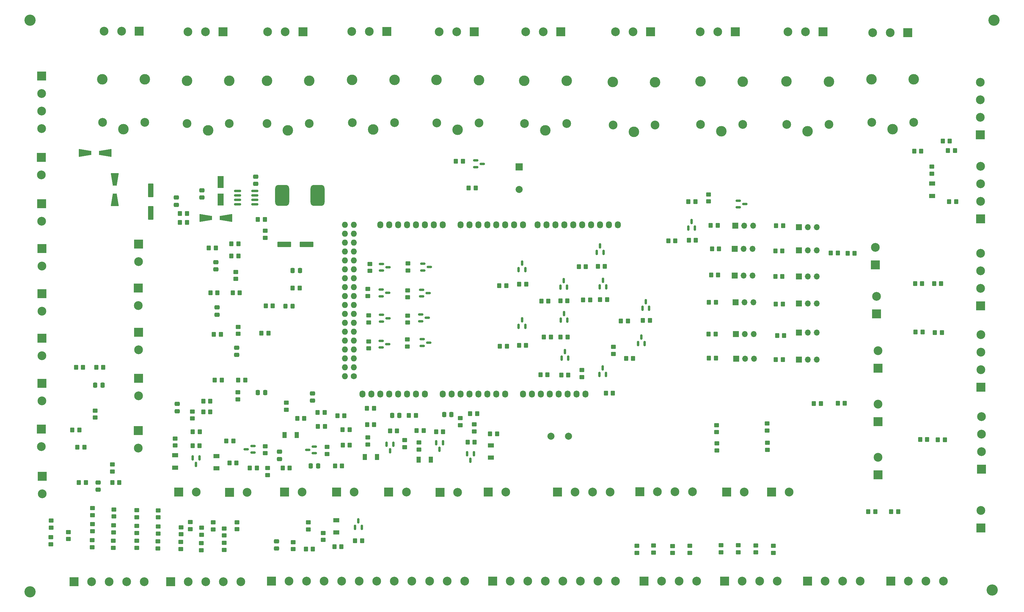
<source format=gts>
%TF.GenerationSoftware,KiCad,Pcbnew,(6.0.0)*%
%TF.CreationDate,2022-03-05T09:13:47+01:00*%
%TF.ProjectId,arduiboard1,61726475-6962-46f6-9172-64312e6b6963,rev?*%
%TF.SameCoordinates,Original*%
%TF.FileFunction,Soldermask,Top*%
%TF.FilePolarity,Negative*%
%FSLAX46Y46*%
G04 Gerber Fmt 4.6, Leading zero omitted, Abs format (unit mm)*
G04 Created by KiCad (PCBNEW (6.0.0)) date 2022-03-05 09:13:47*
%MOMM*%
%LPD*%
G01*
G04 APERTURE LIST*
G04 Aperture macros list*
%AMRoundRect*
0 Rectangle with rounded corners*
0 $1 Rounding radius*
0 $2 $3 $4 $5 $6 $7 $8 $9 X,Y pos of 4 corners*
0 Add a 4 corners polygon primitive as box body*
4,1,4,$2,$3,$4,$5,$6,$7,$8,$9,$2,$3,0*
0 Add four circle primitives for the rounded corners*
1,1,$1+$1,$2,$3*
1,1,$1+$1,$4,$5*
1,1,$1+$1,$6,$7*
1,1,$1+$1,$8,$9*
0 Add four rect primitives between the rounded corners*
20,1,$1+$1,$2,$3,$4,$5,0*
20,1,$1+$1,$4,$5,$6,$7,0*
20,1,$1+$1,$6,$7,$8,$9,0*
20,1,$1+$1,$8,$9,$2,$3,0*%
%AMOutline4P*
0 Free polygon, 4 corners , with rotation*
0 The origin of the aperture is its center*
0 number of corners: always 4*
0 $1 to $8 corner X, Y*
0 $9 Rotation angle, in degrees counterclockwise*
0 create outline with 4 corners*
4,1,4,$1,$2,$3,$4,$5,$6,$7,$8,$1,$2,$9*%
G04 Aperture macros list end*
%ADD10RoundRect,0.250000X-0.450000X0.350000X-0.450000X-0.350000X0.450000X-0.350000X0.450000X0.350000X0*%
%ADD11RoundRect,0.250000X-0.350000X-0.450000X0.350000X-0.450000X0.350000X0.450000X-0.350000X0.450000X0*%
%ADD12C,3.000000*%
%ADD13C,2.500000*%
%ADD14R,1.700000X1.700000*%
%ADD15O,1.700000X1.700000*%
%ADD16R,2.500000X2.500000*%
%ADD17RoundRect,0.250000X0.450000X-0.350000X0.450000X0.350000X-0.450000X0.350000X-0.450000X-0.350000X0*%
%ADD18RoundRect,0.150000X0.587500X0.150000X-0.587500X0.150000X-0.587500X-0.150000X0.587500X-0.150000X0*%
%ADD19RoundRect,0.250000X0.350000X0.450000X-0.350000X0.450000X-0.350000X-0.450000X0.350000X-0.450000X0*%
%ADD20Outline4P,-1.800000X-1.150000X1.800000X-0.550000X1.800000X0.550000X-1.800000X1.150000X0.000000*%
%ADD21Outline4P,-1.800000X-1.150000X1.800000X-0.550000X1.800000X0.550000X-1.800000X1.150000X180.000000*%
%ADD22RoundRect,0.150000X-0.587500X-0.150000X0.587500X-0.150000X0.587500X0.150000X-0.587500X0.150000X0*%
%ADD23C,3.200000*%
%ADD24RoundRect,0.250000X0.475000X-0.337500X0.475000X0.337500X-0.475000X0.337500X-0.475000X-0.337500X0*%
%ADD25C,2.000000*%
%ADD26RoundRect,0.250000X-0.325000X-0.450000X0.325000X-0.450000X0.325000X0.450000X-0.325000X0.450000X0*%
%ADD27RoundRect,0.250000X0.337500X0.475000X-0.337500X0.475000X-0.337500X-0.475000X0.337500X-0.475000X0*%
%ADD28Outline4P,-1.800000X-1.150000X1.800000X-0.550000X1.800000X0.550000X-1.800000X1.150000X270.000000*%
%ADD29Outline4P,-1.800000X-1.150000X1.800000X-0.550000X1.800000X0.550000X-1.800000X1.150000X90.000000*%
%ADD30RoundRect,0.150000X0.150000X-0.587500X0.150000X0.587500X-0.150000X0.587500X-0.150000X-0.587500X0*%
%ADD31RoundRect,0.150000X-0.150000X0.587500X-0.150000X-0.587500X0.150000X-0.587500X0.150000X0.587500X0*%
%ADD32RoundRect,0.250000X-0.475000X0.337500X-0.475000X-0.337500X0.475000X-0.337500X0.475000X0.337500X0*%
%ADD33R,1.700000X1.300000*%
%ADD34RoundRect,1.000000X-1.000000X-2.000000X1.000000X-2.000000X1.000000X2.000000X-1.000000X2.000000X0*%
%ADD35O,1.727200X2.032000*%
%ADD36RoundRect,0.250000X-0.337500X-0.475000X0.337500X-0.475000X0.337500X0.475000X-0.337500X0.475000X0*%
%ADD37R,1.800000X3.500000*%
%ADD38R,1.300000X1.700000*%
%ADD39RoundRect,0.249600X1.712900X0.550400X-1.712900X0.550400X-1.712900X-0.550400X1.712900X-0.550400X0*%
%ADD40RoundRect,0.150000X-0.825000X-0.150000X0.825000X-0.150000X0.825000X0.150000X-0.825000X0.150000X0*%
%ADD41R,2.000000X2.000000*%
%ADD42RoundRect,0.249600X0.550400X-1.712900X0.550400X1.712900X-0.550400X1.712900X-0.550400X-1.712900X0*%
%ADD43C,1.727200*%
%ADD44O,1.727200X1.727200*%
G04 APERTURE END LIST*
D10*
%TO.C,R127*%
X108712000Y-131486400D03*
X108712000Y-133486400D03*
%TD*%
D11*
%TO.C,R50*%
X69866000Y-76301600D03*
X71866000Y-76301600D03*
%TD*%
D12*
%TO.C,K10*%
X258114800Y-43552000D03*
D13*
X264164800Y-41602000D03*
D12*
X264164800Y-29402000D03*
X252114800Y-29352000D03*
D13*
X252164800Y-41602000D03*
%TD*%
D14*
%TO.C,JP10*%
X231475000Y-93268800D03*
D15*
X234015000Y-93268800D03*
X236555000Y-93268800D03*
%TD*%
D11*
%TO.C,R119*%
X91049600Y-163322000D03*
X93049600Y-163322000D03*
%TD*%
D16*
%TO.C,J14*%
X43386400Y-101473000D03*
D13*
X43386400Y-106473000D03*
%TD*%
D10*
%TO.C,R159*%
X222453200Y-133006000D03*
X222453200Y-135006000D03*
%TD*%
%TO.C,R138*%
X138988800Y-127778000D03*
X138988800Y-129778000D03*
%TD*%
D17*
%TO.C,R165*%
X23469600Y-160461200D03*
X23469600Y-158461200D03*
%TD*%
D16*
%TO.C,J41*%
X54867000Y-147062800D03*
D13*
X59867000Y-147062800D03*
%TD*%
D11*
%TO.C,R54*%
X64852800Y-102057200D03*
X66852800Y-102057200D03*
%TD*%
D17*
%TO.C,R66*%
X67818000Y-163560000D03*
X67818000Y-161560000D03*
%TD*%
D11*
%TO.C,R69*%
X199964800Y-64262000D03*
X201964800Y-64262000D03*
%TD*%
D17*
%TO.C,R160*%
X222418400Y-129519600D03*
X222418400Y-127519600D03*
%TD*%
D16*
%TO.C,J34*%
X262479800Y-16056000D03*
D13*
X257479800Y-16056000D03*
X252479800Y-16056000D03*
%TD*%
D18*
%TO.C,Q18*%
X93444300Y-135976400D03*
X93444300Y-134076400D03*
X91569300Y-135026400D03*
%TD*%
D16*
%TO.C,J9*%
X283257600Y-117158000D03*
D13*
X283257600Y-112158000D03*
X283257600Y-107158000D03*
X283257600Y-102158000D03*
%TD*%
D19*
%TO.C,R106*%
X86445600Y-140208000D03*
X84445600Y-140208000D03*
%TD*%
D17*
%TO.C,R63*%
X61264800Y-163610800D03*
X61264800Y-161610800D03*
%TD*%
D20*
%TO.C,D1*%
X28138800Y-50342800D03*
D21*
X33938800Y-50342800D03*
%TD*%
D11*
%TO.C,R190*%
X163795200Y-113690400D03*
X165795200Y-113690400D03*
%TD*%
D17*
%TO.C,R58*%
X48971200Y-158870400D03*
X48971200Y-156870400D03*
%TD*%
D22*
%TO.C,Q24*%
X112498900Y-89321600D03*
X112498900Y-91221600D03*
X114373900Y-90271600D03*
%TD*%
D23*
%TO.C,REF\u002A\u002A*%
X12500000Y-12500000D03*
%TD*%
D17*
%TO.C,R112*%
X85496400Y-123580400D03*
X85496400Y-121580400D03*
%TD*%
D10*
%TO.C,R13*%
X219202000Y-162271200D03*
X219202000Y-164271200D03*
%TD*%
D24*
%TO.C,C2*%
X54152800Y-65147100D03*
X54152800Y-63072100D03*
%TD*%
D25*
%TO.C,SW1*%
X160872800Y-131162400D03*
X165872800Y-131162400D03*
%TD*%
D26*
%TO.C,D5*%
X85233400Y-94030800D03*
X87283400Y-94030800D03*
%TD*%
D11*
%TO.C,R83*%
X205822800Y-92964000D03*
X207822800Y-92964000D03*
%TD*%
D22*
%TO.C,Q26*%
X112522000Y-103936800D03*
X112522000Y-105836800D03*
X114397000Y-104886800D03*
%TD*%
D27*
%TO.C,C21*%
X117674300Y-125171200D03*
X115599300Y-125171200D03*
%TD*%
D17*
%TO.C,R171*%
X36220400Y-162950400D03*
X36220400Y-160950400D03*
%TD*%
D11*
%TO.C,R198*%
X151755600Y-105257600D03*
X153755600Y-105257600D03*
%TD*%
D19*
%TO.C,R99*%
X63855600Y-121107200D03*
X61855600Y-121107200D03*
%TD*%
D28*
%TO.C,D2*%
X36677600Y-57907600D03*
D29*
X36677600Y-63707600D03*
%TD*%
D11*
%TO.C,R75*%
X206695800Y-77698600D03*
X208695800Y-77698600D03*
%TD*%
D16*
%TO.C,J36*%
X162699200Y-147012000D03*
D13*
X167699200Y-147012000D03*
X172699200Y-147012000D03*
X177699200Y-147012000D03*
%TD*%
D11*
%TO.C,R156*%
X257724400Y-152603200D03*
X259724400Y-152603200D03*
%TD*%
D19*
%TO.C,R49*%
X71866000Y-79705200D03*
X69866000Y-79705200D03*
%TD*%
%TO.C,R104*%
X60791600Y-133858000D03*
X58791600Y-133858000D03*
%TD*%
D30*
%TO.C,Q19*%
X105069600Y-157147500D03*
X106969600Y-157147500D03*
X106019600Y-155272500D03*
%TD*%
D11*
%TO.C,R150*%
X242535200Y-121767600D03*
X244535200Y-121767600D03*
%TD*%
D17*
%TO.C,R70*%
X205689200Y-64195200D03*
X205689200Y-62195200D03*
%TD*%
D16*
%TO.C,J17*%
X283105200Y-45174400D03*
D13*
X283105200Y-40174400D03*
X283105200Y-35174400D03*
X283105200Y-30174400D03*
%TD*%
D10*
%TO.C,R17*%
X195478400Y-162423600D03*
X195478400Y-164423600D03*
%TD*%
D16*
%TO.C,J39*%
X69342000Y-147113600D03*
D13*
X74342000Y-147113600D03*
%TD*%
D16*
%TO.C,J12*%
X15954400Y-142595600D03*
D13*
X15954400Y-147595600D03*
%TD*%
D31*
%TO.C,Q21*%
X130083600Y-132971300D03*
X128183600Y-132971300D03*
X129133600Y-134846300D03*
%TD*%
D11*
%TO.C,R93*%
X264277600Y-49885600D03*
X266277600Y-49885600D03*
%TD*%
D14*
%TO.C,JP6*%
X213563200Y-109016800D03*
D15*
X216103200Y-109016800D03*
X218643200Y-109016800D03*
%TD*%
D11*
%TO.C,R86*%
X187010800Y-98094800D03*
X189010800Y-98094800D03*
%TD*%
D10*
%TO.C,R97*%
X269341600Y-54270400D03*
X269341600Y-56270400D03*
%TD*%
%TO.C,R117*%
X91795600Y-155702000D03*
X91795600Y-157702000D03*
%TD*%
%TO.C,R14*%
X224180400Y-162372800D03*
X224180400Y-164372800D03*
%TD*%
D11*
%TO.C,R77*%
X168773600Y-82804000D03*
X170773600Y-82804000D03*
%TD*%
D32*
%TO.C,C24*%
X31902400Y-144330600D03*
X31902400Y-146405600D03*
%TD*%
D27*
%TO.C,C6*%
X89378700Y-83870800D03*
X87303700Y-83870800D03*
%TD*%
D11*
%TO.C,R186*%
X163592000Y-102819200D03*
X165592000Y-102819200D03*
%TD*%
D10*
%TO.C,R89*%
X178663600Y-105680000D03*
X178663600Y-107680000D03*
%TD*%
D11*
%TO.C,R79*%
X206467200Y-85191600D03*
X208467200Y-85191600D03*
%TD*%
D33*
%TO.C,D34*%
X99720400Y-158569600D03*
X99720400Y-155069600D03*
%TD*%
D16*
%TO.C,J31*%
X163648400Y-15802000D03*
D13*
X158648400Y-15802000D03*
X153648400Y-15802000D03*
%TD*%
D16*
%TO.C,J8*%
X257644400Y-172412000D03*
D13*
X262644400Y-172412000D03*
X267644400Y-172412000D03*
X272644400Y-172412000D03*
%TD*%
D10*
%TO.C,R105*%
X80137000Y-140208000D03*
X80137000Y-142208000D03*
%TD*%
D16*
%TO.C,J3*%
X15802000Y-64871600D03*
D13*
X15802000Y-69871600D03*
%TD*%
D10*
%TO.C,R149*%
X108966000Y-96688400D03*
X108966000Y-98688400D03*
%TD*%
D33*
%TO.C,D30*%
X65633600Y-136781600D03*
X65633600Y-140281600D03*
%TD*%
D12*
%TO.C,K6*%
X159258000Y-43958400D03*
D13*
X165308000Y-42008400D03*
D12*
X165308000Y-29808400D03*
X153258000Y-29758400D03*
D13*
X153308000Y-42008400D03*
%TD*%
D10*
%TO.C,R101*%
X58775600Y-124069600D03*
X58775600Y-126069600D03*
%TD*%
D16*
%TO.C,J44*%
X99822000Y-147062800D03*
D13*
X104822000Y-147062800D03*
%TD*%
D30*
%TO.C,Q31*%
X174614800Y-113510300D03*
X176514800Y-113510300D03*
X175564800Y-111635300D03*
%TD*%
D11*
%TO.C,R91*%
X205806800Y-108864400D03*
X207806800Y-108864400D03*
%TD*%
%TO.C,R194*%
X151806400Y-87782400D03*
X153806400Y-87782400D03*
%TD*%
D12*
%TO.C,K8*%
X209397600Y-44161600D03*
D13*
X215447600Y-42211600D03*
D12*
X215447600Y-30011600D03*
X203397600Y-29961600D03*
D13*
X203447600Y-42211600D03*
%TD*%
D22*
%TO.C,Q30*%
X124206000Y-103479600D03*
X124206000Y-105379600D03*
X126081000Y-104429600D03*
%TD*%
D11*
%TO.C,R3*%
X77359000Y-69342000D03*
X79359000Y-69342000D03*
%TD*%
D34*
%TO.C,L1*%
X84305600Y-62430800D03*
X94365600Y-62430800D03*
%TD*%
D10*
%TO.C,R146*%
X108712000Y-89170000D03*
X108712000Y-91170000D03*
%TD*%
D16*
%TO.C,J40*%
X43335600Y-129540000D03*
D13*
X43335600Y-134540000D03*
%TD*%
D35*
%TO.C,P10*%
X147838000Y-119126000D03*
X145298000Y-119126000D03*
X142758000Y-119126000D03*
X140218000Y-119126000D03*
X137678000Y-119126000D03*
X135138000Y-119126000D03*
X132598000Y-119126000D03*
X130058000Y-119126000D03*
%TD*%
D11*
%TO.C,R141*%
X245329200Y-78943200D03*
X247329200Y-78943200D03*
%TD*%
D10*
%TO.C,R137*%
X135026400Y-126000000D03*
X135026400Y-128000000D03*
%TD*%
D24*
%TO.C,C18*%
X92913200Y-120976300D03*
X92913200Y-118901300D03*
%TD*%
D14*
%TO.C,JP4*%
X213410800Y-92913200D03*
D15*
X215950800Y-92913200D03*
X218490800Y-92913200D03*
%TD*%
D14*
%TO.C,JP5*%
X213512400Y-102006400D03*
D15*
X216052400Y-102006400D03*
X218592400Y-102006400D03*
%TD*%
D19*
%TO.C,R108*%
X71307200Y-138734800D03*
X69307200Y-138734800D03*
%TD*%
D11*
%TO.C,R201*%
X25619200Y-111506000D03*
X27619200Y-111506000D03*
%TD*%
D16*
%TO.C,J43*%
X129289000Y-147120000D03*
D13*
X134289000Y-147120000D03*
%TD*%
D11*
%TO.C,R47*%
X71812400Y-115163600D03*
X73812400Y-115163600D03*
%TD*%
%TO.C,R102*%
X58842400Y-129844800D03*
X60842400Y-129844800D03*
%TD*%
D19*
%TO.C,R157*%
X253222000Y-152654000D03*
X251222000Y-152654000D03*
%TD*%
D10*
%TO.C,R52*%
X71069200Y-84293200D03*
X71069200Y-86293200D03*
%TD*%
D19*
%TO.C,R5*%
X89290400Y-88900000D03*
X87290400Y-88900000D03*
%TD*%
D17*
%TO.C,R60*%
X55473600Y-163306000D03*
X55473600Y-161306000D03*
%TD*%
D16*
%TO.C,J50*%
X254000000Y-127000000D03*
D13*
X254000000Y-122000000D03*
%TD*%
D17*
%TO.C,R169*%
X30276800Y-158226000D03*
X30276800Y-156226000D03*
%TD*%
D16*
%TO.C,J27*%
X90191600Y-15827400D03*
D13*
X85191600Y-15827400D03*
X80191600Y-15827400D03*
%TD*%
D12*
%TO.C,K7*%
X184454800Y-44364800D03*
D13*
X190504800Y-42414800D03*
D12*
X190504800Y-30214800D03*
X178454800Y-30164800D03*
D13*
X178504800Y-42414800D03*
%TD*%
D16*
%TO.C,J13*%
X43383200Y-114655600D03*
D13*
X43383200Y-119655600D03*
%TD*%
D10*
%TO.C,R143*%
X109270800Y-82007200D03*
X109270800Y-84007200D03*
%TD*%
D14*
%TO.C,JP11*%
X231475000Y-101600000D03*
D15*
X234015000Y-101600000D03*
X236555000Y-101600000D03*
%TD*%
D11*
%TO.C,R81*%
X169992800Y-92303600D03*
X171992800Y-92303600D03*
%TD*%
D31*
%TO.C,Q22*%
X138887200Y-136144000D03*
X136987200Y-136144000D03*
X137937200Y-138019000D03*
%TD*%
D19*
%TO.C,R211*%
X139430000Y-60325000D03*
X137430000Y-60325000D03*
%TD*%
D33*
%TO.C,D28*%
X53848000Y-136578400D03*
X53848000Y-140078400D03*
%TD*%
D11*
%TO.C,R132*%
X122596400Y-129540000D03*
X124596400Y-129540000D03*
%TD*%
D30*
%TO.C,Q10*%
X199964000Y-71803500D03*
X201864000Y-71803500D03*
X200914000Y-69928500D03*
%TD*%
D11*
%TO.C,R203*%
X31359600Y-111455200D03*
X33359600Y-111455200D03*
%TD*%
D10*
%TO.C,R158*%
X120040400Y-89525600D03*
X120040400Y-91525600D03*
%TD*%
D11*
%TO.C,R90*%
X182235600Y-108915200D03*
X184235600Y-108915200D03*
%TD*%
D10*
%TO.C,R173*%
X36372800Y-152009600D03*
X36372800Y-154009600D03*
%TD*%
D17*
%TO.C,R46*%
X71729600Y-120634000D03*
X71729600Y-118634000D03*
%TD*%
D19*
%TO.C,R140*%
X139125200Y-132791200D03*
X137125200Y-132791200D03*
%TD*%
%TO.C,R135*%
X139836400Y-124714000D03*
X137836400Y-124714000D03*
%TD*%
D24*
%TO.C,C3*%
X76758800Y-59203500D03*
X76758800Y-57128500D03*
%TD*%
D10*
%TO.C,R11*%
X209245200Y-162220400D03*
X209245200Y-164220400D03*
%TD*%
D19*
%TO.C,R10*%
X27974800Y-134264400D03*
X25974800Y-134264400D03*
%TD*%
D11*
%TO.C,R179*%
X224958400Y-71069200D03*
X226958400Y-71069200D03*
%TD*%
D16*
%TO.C,J48*%
X253565000Y-96266000D03*
D13*
X253565000Y-91266000D03*
%TD*%
D12*
%TO.C,K9*%
X233934000Y-44187000D03*
D13*
X239984000Y-42237000D03*
D12*
X239984000Y-30037000D03*
X227934000Y-29987000D03*
D13*
X227984000Y-42237000D03*
%TD*%
D11*
%TO.C,R181*%
X158105600Y-92608400D03*
X160105600Y-92608400D03*
%TD*%
%TO.C,R178*%
X176495200Y-118821200D03*
X178495200Y-118821200D03*
%TD*%
D20*
%TO.C,D3*%
X62530400Y-68935600D03*
D21*
X68330400Y-68935600D03*
%TD*%
D10*
%TO.C,R155*%
X120091200Y-81854800D03*
X120091200Y-83854800D03*
%TD*%
D16*
%TO.C,J25*%
X43608000Y-15675000D03*
D13*
X38608000Y-15675000D03*
X33608000Y-15675000D03*
%TD*%
D30*
%TO.C,Q33*%
X163642000Y-98067100D03*
X165542000Y-98067100D03*
X164592000Y-96192100D03*
%TD*%
D14*
%TO.C,JP1*%
X213375000Y-71120000D03*
D15*
X215915000Y-71120000D03*
X218455000Y-71120000D03*
%TD*%
D24*
%TO.C,C16*%
X54400000Y-124000000D03*
X54400000Y-121925000D03*
%TD*%
D19*
%TO.C,R142*%
X242554000Y-78867000D03*
X240554000Y-78867000D03*
%TD*%
D10*
%TO.C,R62*%
X58115200Y-155616400D03*
X58115200Y-157616400D03*
%TD*%
D16*
%TO.C,J35*%
X210298800Y-172462800D03*
D13*
X215298800Y-172462800D03*
X220298800Y-172462800D03*
X225298800Y-172462800D03*
%TD*%
D33*
%TO.C,D26*%
X269392400Y-59108400D03*
X269392400Y-62608400D03*
%TD*%
D10*
%TO.C,R118*%
X87426800Y-161340800D03*
X87426800Y-163340800D03*
%TD*%
D11*
%TO.C,R126*%
X108490000Y-127863600D03*
X110490000Y-127863600D03*
%TD*%
D16*
%TO.C,J30*%
X189200800Y-15852800D03*
D13*
X184200800Y-15852800D03*
X179200800Y-15852800D03*
%TD*%
D11*
%TO.C,R193*%
X146116800Y-88188800D03*
X148116800Y-88188800D03*
%TD*%
D18*
%TO.C,Q17*%
X75969100Y-135789200D03*
X75969100Y-133889200D03*
X74094100Y-134839200D03*
%TD*%
D11*
%TO.C,R114*%
X94504000Y-128371600D03*
X96504000Y-128371600D03*
%TD*%
D10*
%TO.C,R161*%
X120040400Y-96739200D03*
X120040400Y-98739200D03*
%TD*%
%TO.C,R16*%
X190093600Y-162322000D03*
X190093600Y-164322000D03*
%TD*%
D23*
%TO.C,REF\u002A\u002A*%
X286500000Y-175000000D03*
X286500000Y-175000000D03*
%TD*%
D10*
%TO.C,R4*%
X79451200Y-72542400D03*
X79451200Y-74542400D03*
%TD*%
D19*
%TO.C,R134*%
X130133600Y-129844800D03*
X128133600Y-129844800D03*
%TD*%
D14*
%TO.C,JP8*%
X231475000Y-78130400D03*
D15*
X234015000Y-78130400D03*
X236555000Y-78130400D03*
%TD*%
D14*
%TO.C,JP7*%
X231460000Y-71500000D03*
D15*
X234000000Y-71500000D03*
X236540000Y-71500000D03*
%TD*%
D11*
%TO.C,R45*%
X65090800Y-115163600D03*
X67090800Y-115163600D03*
%TD*%
%TO.C,R187*%
X224755200Y-85598000D03*
X226755200Y-85598000D03*
%TD*%
D12*
%TO.C,K2*%
X63195200Y-43958400D03*
D13*
X69245200Y-42008400D03*
D12*
X69245200Y-29808400D03*
X57195200Y-29758400D03*
D13*
X57245200Y-42008400D03*
%TD*%
D11*
%TO.C,R1*%
X55184800Y-67614800D03*
X57184800Y-67614800D03*
%TD*%
D16*
%TO.C,J53*%
X223672400Y-147012000D03*
D13*
X228672400Y-147012000D03*
%TD*%
D11*
%TO.C,R195*%
X225263200Y-102463600D03*
X227263200Y-102463600D03*
%TD*%
D36*
%TO.C,C11*%
X77397700Y-118668800D03*
X79472700Y-118668800D03*
%TD*%
D11*
%TO.C,R206*%
X35931600Y-144322800D03*
X37931600Y-144322800D03*
%TD*%
D19*
%TO.C,R109*%
X70392800Y-132486400D03*
X68392800Y-132486400D03*
%TD*%
D37*
%TO.C,D4*%
X66751200Y-63663200D03*
X66751200Y-58663200D03*
%TD*%
D16*
%TO.C,J15*%
X43332400Y-88900000D03*
D13*
X43332400Y-93900000D03*
%TD*%
D19*
%TO.C,R123*%
X103514400Y-129235200D03*
X101514400Y-129235200D03*
%TD*%
D17*
%TO.C,R67*%
X67767200Y-159445200D03*
X67767200Y-157445200D03*
%TD*%
D11*
%TO.C,R125*%
X101565200Y-133705600D03*
X103565200Y-133705600D03*
%TD*%
D27*
%TO.C,C22*%
X132507900Y-124917200D03*
X130432900Y-124917200D03*
%TD*%
D19*
%TO.C,R6*%
X81635600Y-93980000D03*
X79635600Y-93980000D03*
%TD*%
D10*
%TO.C,R18*%
X200406000Y-162372800D03*
X200406000Y-164372800D03*
%TD*%
D16*
%TO.C,J21*%
X81261400Y-172469200D03*
D13*
X86261400Y-172469200D03*
X91261400Y-172469200D03*
X96261400Y-172469200D03*
X101261400Y-172469200D03*
X106261400Y-172469200D03*
X111261400Y-172469200D03*
X116261400Y-172469200D03*
X121261400Y-172469200D03*
X126261400Y-172469200D03*
X131261400Y-172469200D03*
X136261400Y-172469200D03*
%TD*%
D16*
%TO.C,J7*%
X283410000Y-140526000D03*
D13*
X283410000Y-135526000D03*
X283410000Y-130526000D03*
X283410000Y-125526000D03*
%TD*%
D19*
%TO.C,R107*%
X77098400Y-140157200D03*
X75098400Y-140157200D03*
%TD*%
D11*
%TO.C,R148*%
X270154400Y-101549200D03*
X272154400Y-101549200D03*
%TD*%
D22*
%TO.C,Q9*%
X214149700Y-63972400D03*
X214149700Y-65872400D03*
X216024700Y-64922400D03*
%TD*%
D23*
%TO.C,REF\u002A\u002A*%
X287000000Y-12500000D03*
X287000000Y-12500000D03*
%TD*%
D38*
%TO.C,D36*%
X107825600Y-137058400D03*
X111325600Y-137058400D03*
%TD*%
D14*
%TO.C,JP9*%
X231475000Y-85598000D03*
D15*
X234015000Y-85598000D03*
X236555000Y-85598000D03*
%TD*%
D35*
%TO.C,P7*%
X179852000Y-70866000D03*
X177312000Y-70866000D03*
X174772000Y-70866000D03*
X172232000Y-70866000D03*
X169692000Y-70866000D03*
X167152000Y-70866000D03*
X164612000Y-70866000D03*
X162072000Y-70866000D03*
X159532000Y-70866000D03*
X156992000Y-70866000D03*
%TD*%
D32*
%TO.C,C14*%
X71374000Y-105867200D03*
X71374000Y-107942200D03*
%TD*%
D17*
%TO.C,R110*%
X79502000Y-135991600D03*
X79502000Y-133991600D03*
%TD*%
D10*
%TO.C,R177*%
X169621200Y-112284000D03*
X169621200Y-114284000D03*
%TD*%
D11*
%TO.C,R189*%
X157851600Y-113639600D03*
X159851600Y-113639600D03*
%TD*%
D16*
%TO.C,J22*%
X25038200Y-172618400D03*
D13*
X30038200Y-172618400D03*
X35038200Y-172618400D03*
X40038200Y-172618400D03*
X45038200Y-172618400D03*
%TD*%
D16*
%TO.C,J54*%
X210870800Y-147062800D03*
D13*
X215870800Y-147062800D03*
%TD*%
D12*
%TO.C,K4*%
X110236000Y-43704400D03*
D13*
X116286000Y-41754400D03*
D12*
X116286000Y-29554400D03*
X104236000Y-29504400D03*
D13*
X104286000Y-41754400D03*
%TD*%
D10*
%TO.C,R152*%
X108915200Y-104105200D03*
X108915200Y-106105200D03*
%TD*%
D17*
%TO.C,R116*%
X97129600Y-136178800D03*
X97129600Y-134178800D03*
%TD*%
D36*
%TO.C,C23*%
X31068100Y-116586000D03*
X33143100Y-116586000D03*
%TD*%
D30*
%TO.C,Q34*%
X163896000Y-108836700D03*
X165796000Y-108836700D03*
X164846000Y-106961700D03*
%TD*%
D19*
%TO.C,R144*%
X266531600Y-87579200D03*
X264531600Y-87579200D03*
%TD*%
%TO.C,R130*%
X122412000Y-125171200D03*
X120412000Y-125171200D03*
%TD*%
D16*
%TO.C,J1*%
X15802000Y-28434800D03*
D13*
X15802000Y-33434800D03*
X15802000Y-38434800D03*
X15802000Y-43434800D03*
%TD*%
D16*
%TO.C,J45*%
X114655600Y-147062800D03*
D13*
X119655600Y-147062800D03*
%TD*%
D16*
%TO.C,J5*%
X15903600Y-90525600D03*
D13*
X15903600Y-95525600D03*
%TD*%
D31*
%TO.C,Q16*%
X60741600Y-137289300D03*
X58841600Y-137289300D03*
X59791600Y-139164300D03*
%TD*%
D23*
%TO.C,REF\u002A\u002A*%
X12500000Y-175500000D03*
X12500000Y-175500000D03*
%TD*%
D16*
%TO.C,J26*%
X67433200Y-15827400D03*
D13*
X62433200Y-15827400D03*
X57433200Y-15827400D03*
%TD*%
D11*
%TO.C,R183*%
X224755200Y-78333600D03*
X226755200Y-78333600D03*
%TD*%
D10*
%TO.C,R68*%
X71475600Y-155651200D03*
X71475600Y-157651200D03*
%TD*%
D30*
%TO.C,Q32*%
X163540400Y-88618300D03*
X165440400Y-88618300D03*
X164490400Y-86743300D03*
%TD*%
D11*
%TO.C,R197*%
X146320000Y-105460800D03*
X148320000Y-105460800D03*
%TD*%
%TO.C,R48*%
X63414400Y-77470000D03*
X65414400Y-77470000D03*
%TD*%
D16*
%TO.C,J38*%
X186168800Y-146961200D03*
D13*
X191168800Y-146961200D03*
X196168800Y-146961200D03*
X201168800Y-146961200D03*
%TD*%
D33*
%TO.C,D40*%
X143713200Y-133733600D03*
X143713200Y-137233600D03*
%TD*%
D16*
%TO.C,J49*%
X254000000Y-111760000D03*
D13*
X254000000Y-106760000D03*
%TD*%
D16*
%TO.C,J47*%
X253238000Y-82296000D03*
D13*
X253238000Y-77296000D03*
%TD*%
D32*
%TO.C,C13*%
X65786000Y-94415700D03*
X65786000Y-96490700D03*
%TD*%
D17*
%TO.C,R168*%
X30210000Y-162798000D03*
X30210000Y-160798000D03*
%TD*%
D30*
%TO.C,Q11*%
X173903600Y-78712300D03*
X175803600Y-78712300D03*
X174853600Y-76837300D03*
%TD*%
D10*
%TO.C,R15*%
X185318400Y-162372800D03*
X185318400Y-164372800D03*
%TD*%
D11*
%TO.C,R185*%
X158816800Y-102819200D03*
X160816800Y-102819200D03*
%TD*%
D16*
%TO.C,J24*%
X144216400Y-172412000D03*
D13*
X149216400Y-172412000D03*
X154216400Y-172412000D03*
X159216400Y-172412000D03*
X164216400Y-172412000D03*
X169216400Y-172412000D03*
X174216400Y-172412000D03*
X179216400Y-172412000D03*
%TD*%
D16*
%TO.C,J6*%
X15903600Y-103225600D03*
D13*
X15903600Y-108225600D03*
%TD*%
D11*
%TO.C,R182*%
X163541200Y-92557600D03*
X165541200Y-92557600D03*
%TD*%
D16*
%TO.C,J46*%
X143005000Y-147062800D03*
D13*
X148005000Y-147062800D03*
%TD*%
D22*
%TO.C,Q39*%
X139397500Y-52517000D03*
X139397500Y-54417000D03*
X141272500Y-53467000D03*
%TD*%
D19*
%TO.C,R212*%
X135747000Y-52705000D03*
X133747000Y-52705000D03*
%TD*%
D38*
%TO.C,D38*%
X123167200Y-137820400D03*
X126667200Y-137820400D03*
%TD*%
D10*
%TO.C,R167*%
X18491200Y-155194000D03*
X18491200Y-157194000D03*
%TD*%
D16*
%TO.C,J42*%
X84966000Y-147062800D03*
D13*
X89966000Y-147062800D03*
%TD*%
D16*
%TO.C,J18*%
X283206800Y-69152000D03*
D13*
X283206800Y-64152000D03*
X283206800Y-59152000D03*
X283206800Y-54152000D03*
%TD*%
D16*
%TO.C,J29*%
X213330800Y-15852800D03*
D13*
X208330800Y-15852800D03*
X203330800Y-15852800D03*
%TD*%
D10*
%TO.C,R133*%
X123240800Y-132908800D03*
X123240800Y-134908800D03*
%TD*%
D39*
%TO.C,C5*%
X91287200Y-76454000D03*
X84887200Y-76454000D03*
%TD*%
D17*
%TO.C,R121*%
X95961200Y-160715200D03*
X95961200Y-158715200D03*
%TD*%
D30*
%TO.C,Q12*%
X174716400Y-88567500D03*
X176616400Y-88567500D03*
X175666400Y-86692500D03*
%TD*%
D16*
%TO.C,J10*%
X283156000Y-93942400D03*
D13*
X283156000Y-88942400D03*
X283156000Y-83942400D03*
X283156000Y-78942400D03*
%TD*%
D32*
%TO.C,C12*%
X65430400Y-81491000D03*
X65430400Y-83566000D03*
%TD*%
D40*
%TO.C,U1*%
X71591400Y-61239400D03*
X71591400Y-62509400D03*
X71591400Y-63779400D03*
X71591400Y-65049400D03*
X76541400Y-65049400D03*
X76541400Y-63779400D03*
X76541400Y-62509400D03*
X76541400Y-61239400D03*
%TD*%
D11*
%TO.C,R191*%
X224891600Y-93472000D03*
X226891600Y-93472000D03*
%TD*%
D38*
%TO.C,D32*%
X88465600Y-130759200D03*
X84965600Y-130759200D03*
%TD*%
D17*
%TO.C,R64*%
X61366400Y-159242000D03*
X61366400Y-157242000D03*
%TD*%
D10*
%TO.C,R170*%
X30276800Y-151654000D03*
X30276800Y-153654000D03*
%TD*%
D30*
%TO.C,Q35*%
X151653200Y-83639900D03*
X153553200Y-83639900D03*
X152603200Y-81764900D03*
%TD*%
D11*
%TO.C,R53*%
X70221600Y-90220800D03*
X72221600Y-90220800D03*
%TD*%
D22*
%TO.C,Q28*%
X124030500Y-89372400D03*
X124030500Y-91272400D03*
X125905500Y-90322400D03*
%TD*%
D19*
%TO.C,R151*%
X237728000Y-121818400D03*
X235728000Y-121818400D03*
%TD*%
D10*
%TO.C,R65*%
X64668400Y-155718000D03*
X64668400Y-157718000D03*
%TD*%
D19*
%TO.C,R115*%
X90611200Y-126034800D03*
X88611200Y-126034800D03*
%TD*%
D10*
%TO.C,R12*%
X214223600Y-162220400D03*
X214223600Y-164220400D03*
%TD*%
D24*
%TO.C,C17*%
X83566000Y-137638700D03*
X83566000Y-135563700D03*
%TD*%
D19*
%TO.C,R128*%
X117027200Y-129641600D03*
X115027200Y-129641600D03*
%TD*%
D11*
%TO.C,R78*%
X174209200Y-82702400D03*
X176209200Y-82702400D03*
%TD*%
%TO.C,R199*%
X224856800Y-109270800D03*
X226856800Y-109270800D03*
%TD*%
D17*
%TO.C,R166*%
X18440400Y-161934400D03*
X18440400Y-159934400D03*
%TD*%
D11*
%TO.C,R145*%
X269967200Y-87630000D03*
X271967200Y-87630000D03*
%TD*%
%TO.C,R87*%
X205756000Y-102006400D03*
X207756000Y-102006400D03*
%TD*%
D14*
%TO.C,JP2*%
X213207600Y-77724000D03*
D15*
X215747600Y-77724000D03*
X218287600Y-77724000D03*
%TD*%
D12*
%TO.C,K5*%
X134264400Y-43755200D03*
D13*
X140314400Y-41805200D03*
D12*
X140314400Y-29605200D03*
X128264400Y-29555200D03*
D13*
X128314400Y-41805200D03*
%TD*%
D11*
%TO.C,R51*%
X63871600Y-90220800D03*
X65871600Y-90220800D03*
%TD*%
D12*
%TO.C,K3*%
X85953600Y-43958400D03*
D13*
X92003600Y-42008400D03*
D12*
X92003600Y-29808400D03*
X79953600Y-29758400D03*
D13*
X80003600Y-42008400D03*
%TD*%
D22*
%TO.C,Q23*%
X112600500Y-82006400D03*
X112600500Y-83906400D03*
X114475500Y-82956400D03*
%TD*%
D19*
%TO.C,R136*%
X276234400Y-64211200D03*
X274234400Y-64211200D03*
%TD*%
D16*
%TO.C,J2*%
X15700400Y-51663600D03*
D13*
X15700400Y-56663600D03*
%TD*%
D11*
%TO.C,R129*%
X108474000Y-123190000D03*
X110474000Y-123190000D03*
%TD*%
D41*
%TO.C,BZ1*%
X151790400Y-54310400D03*
D25*
X151790400Y-60810400D03*
%TD*%
D11*
%TO.C,R73*%
X194275200Y-75387200D03*
X196275200Y-75387200D03*
%TD*%
D16*
%TO.C,J51*%
X254000000Y-142160000D03*
D13*
X254000000Y-137160000D03*
%TD*%
D11*
%TO.C,R120*%
X99177600Y-162610800D03*
X101177600Y-162610800D03*
%TD*%
D10*
%TO.C,R59*%
X49022000Y-152263600D03*
X49022000Y-154263600D03*
%TD*%
D16*
%TO.C,J16*%
X43434000Y-76327000D03*
D13*
X43434000Y-81327000D03*
%TD*%
D11*
%TO.C,R204*%
X26432000Y-144322800D03*
X28432000Y-144322800D03*
%TD*%
%TO.C,R85*%
X180762400Y-98247200D03*
X182762400Y-98247200D03*
%TD*%
D16*
%TO.C,J23*%
X52521000Y-172618400D03*
D13*
X57521000Y-172618400D03*
X62521000Y-172618400D03*
X67521000Y-172618400D03*
X72521000Y-172618400D03*
%TD*%
D19*
%TO.C,R55*%
X80400400Y-101752400D03*
X78400400Y-101752400D03*
%TD*%
D11*
%TO.C,R124*%
X99346000Y-139598400D03*
X101346000Y-139598400D03*
%TD*%
D17*
%TO.C,R56*%
X71755000Y-101965000D03*
X71755000Y-99965000D03*
%TD*%
D10*
%TO.C,R176*%
X42926000Y-152212800D03*
X42926000Y-154212800D03*
%TD*%
D19*
%TO.C,R147*%
X266684000Y-101447600D03*
X264684000Y-101447600D03*
%TD*%
D11*
%TO.C,R82*%
X174818800Y-92151200D03*
X176818800Y-92151200D03*
%TD*%
D27*
%TO.C,C20*%
X94509500Y-139598400D03*
X92434500Y-139598400D03*
%TD*%
D19*
%TO.C,R100*%
X63855600Y-124155200D03*
X61855600Y-124155200D03*
%TD*%
D17*
%TO.C,R61*%
X55524400Y-159089600D03*
X55524400Y-157089600D03*
%TD*%
D10*
%TO.C,R164*%
X119938800Y-103546400D03*
X119938800Y-105546400D03*
%TD*%
%TO.C,R131*%
X119227600Y-132248400D03*
X119227600Y-134248400D03*
%TD*%
D22*
%TO.C,Q25*%
X112600500Y-96535200D03*
X112600500Y-98435200D03*
X114475500Y-97485200D03*
%TD*%
D24*
%TO.C,C19*%
X82702400Y-163140300D03*
X82702400Y-161065300D03*
%TD*%
D11*
%TO.C,R95*%
X272405600Y-46939200D03*
X274405600Y-46939200D03*
%TD*%
D17*
%TO.C,R163*%
X208026000Y-129976800D03*
X208026000Y-127976800D03*
%TD*%
D35*
%TO.C,P12*%
X124978000Y-119126000D03*
X122438000Y-119126000D03*
X119898000Y-119126000D03*
X117358000Y-119126000D03*
X114818000Y-119126000D03*
X112278000Y-119126000D03*
X109738000Y-119126000D03*
X107198000Y-119126000D03*
%TD*%
D11*
%TO.C,R98*%
X273878800Y-49682400D03*
X275878800Y-49682400D03*
%TD*%
D22*
%TO.C,Q27*%
X124335300Y-81955600D03*
X124335300Y-83855600D03*
X126210300Y-82905600D03*
%TD*%
D14*
%TO.C,JP12*%
X231475000Y-109270800D03*
D15*
X234015000Y-109270800D03*
X236555000Y-109270800D03*
%TD*%
D16*
%TO.C,J32*%
X139039600Y-15849600D03*
D13*
X134039600Y-15849600D03*
X129039600Y-15849600D03*
%TD*%
D14*
%TO.C,JP3*%
X213171800Y-85293200D03*
D15*
X215711800Y-85293200D03*
X218251800Y-85293200D03*
%TD*%
D11*
%TO.C,R139*%
X143526000Y-130454400D03*
X145526000Y-130454400D03*
%TD*%
D22*
%TO.C,Q29*%
X123776500Y-96433600D03*
X123776500Y-98333600D03*
X125651500Y-97383600D03*
%TD*%
D17*
%TO.C,R202*%
X31089600Y-125815600D03*
X31089600Y-123815600D03*
%TD*%
D12*
%TO.C,K1*%
X39116000Y-43552000D03*
D13*
X45166000Y-41602000D03*
D12*
X45166000Y-29402000D03*
X33116000Y-29352000D03*
D13*
X33166000Y-41602000D03*
%TD*%
D32*
%TO.C,C4*%
X61417200Y-60989300D03*
X61417200Y-63064300D03*
%TD*%
D17*
%TO.C,R175*%
X42926000Y-158734000D03*
X42926000Y-156734000D03*
%TD*%
D30*
%TO.C,Q36*%
X151653200Y-99845100D03*
X153553200Y-99845100D03*
X152603200Y-97970100D03*
%TD*%
D31*
%TO.C,Q20*%
X115950000Y-133377700D03*
X114050000Y-133377700D03*
X115000000Y-135252700D03*
%TD*%
D19*
%TO.C,R9*%
X26552400Y-129336800D03*
X24552400Y-129336800D03*
%TD*%
D30*
%TO.C,Q14*%
X185638400Y-104721900D03*
X187538400Y-104721900D03*
X186588400Y-102846900D03*
%TD*%
D17*
%TO.C,R172*%
X36322000Y-158530800D03*
X36322000Y-156530800D03*
%TD*%
D16*
%TO.C,J20*%
X15700400Y-129082800D03*
D13*
X15700400Y-134082800D03*
%TD*%
D11*
%TO.C,R122*%
X105086400Y-160934400D03*
X107086400Y-160934400D03*
%TD*%
D16*
%TO.C,J28*%
X114093000Y-15691400D03*
D13*
X109093000Y-15691400D03*
X104093000Y-15691400D03*
%TD*%
D11*
%TO.C,R74*%
X200117200Y-75234800D03*
X202117200Y-75234800D03*
%TD*%
D30*
%TO.C,Q13*%
X186908400Y-94663500D03*
X188808400Y-94663500D03*
X187858400Y-92788500D03*
%TD*%
D11*
%TO.C,R71*%
X206314800Y-71018400D03*
X208314800Y-71018400D03*
%TD*%
D19*
%TO.C,R2*%
X57184800Y-70154800D03*
X55184800Y-70154800D03*
%TD*%
D35*
%TO.C,P11*%
X130058000Y-70866000D03*
X127518000Y-70866000D03*
X124978000Y-70866000D03*
X122438000Y-70866000D03*
X119898000Y-70866000D03*
X117358000Y-70866000D03*
X114818000Y-70866000D03*
X112278000Y-70866000D03*
%TD*%
D42*
%TO.C,C1*%
X46888400Y-67462000D03*
X46888400Y-61062000D03*
%TD*%
D16*
%TO.C,J37*%
X187350400Y-172466000D03*
D13*
X192350400Y-172466000D03*
X197350400Y-172466000D03*
X202350400Y-172466000D03*
%TD*%
D19*
%TO.C,R113*%
X96402400Y-124358400D03*
X94402400Y-124358400D03*
%TD*%
D16*
%TO.C,J19*%
X233920800Y-172412000D03*
D13*
X238920800Y-172412000D03*
X243920800Y-172412000D03*
X248920800Y-172412000D03*
%TD*%
D19*
%TO.C,R111*%
X102041200Y-125272800D03*
X100041200Y-125272800D03*
%TD*%
D10*
%TO.C,R103*%
X53848000Y-131791200D03*
X53848000Y-133791200D03*
%TD*%
D16*
%TO.C,J4*%
X15903600Y-77622400D03*
D13*
X15903600Y-82622400D03*
%TD*%
D16*
%TO.C,J33*%
X238299000Y-15802000D03*
D13*
X233299000Y-15802000D03*
X228299000Y-15802000D03*
%TD*%
D16*
%TO.C,J11*%
X15903600Y-116078000D03*
D13*
X15903600Y-121078000D03*
%TD*%
D10*
%TO.C,R205*%
X35966400Y-139208000D03*
X35966400Y-141208000D03*
%TD*%
D17*
%TO.C,R57*%
X48920400Y-163102800D03*
X48920400Y-161102800D03*
%TD*%
D35*
%TO.C,P9*%
X152918000Y-70866000D03*
X150378000Y-70866000D03*
X147838000Y-70866000D03*
X145298000Y-70866000D03*
X142758000Y-70866000D03*
X140218000Y-70866000D03*
X137678000Y-70866000D03*
X135138000Y-70866000D03*
%TD*%
D10*
%TO.C,R162*%
X208076800Y-133158400D03*
X208076800Y-135158400D03*
%TD*%
D17*
%TO.C,R174*%
X42875200Y-162950400D03*
X42875200Y-160950400D03*
%TD*%
D19*
%TO.C,R153*%
X267970000Y-132080000D03*
X265970000Y-132080000D03*
%TD*%
D35*
%TO.C,P8*%
X170698000Y-119126000D03*
X168158000Y-119126000D03*
X165618000Y-119126000D03*
X163078000Y-119126000D03*
X160538000Y-119126000D03*
X157998000Y-119126000D03*
X155458000Y-119126000D03*
X152918000Y-119126000D03*
%TD*%
D16*
%TO.C,J52*%
X283257600Y-157327600D03*
D13*
X283257600Y-152327600D03*
%TD*%
D11*
%TO.C,R154*%
X271034000Y-132181600D03*
X273034000Y-132181600D03*
%TD*%
D43*
%TO.C,P13*%
X104700000Y-114056000D03*
D44*
X102160000Y-114056000D03*
X104700000Y-111516000D03*
X102160000Y-111516000D03*
X104700000Y-108976000D03*
X102160000Y-108976000D03*
X104700000Y-106436000D03*
X102160000Y-106436000D03*
X104700000Y-103896000D03*
X102160000Y-103896000D03*
X104700000Y-101356000D03*
X102160000Y-101356000D03*
X104700000Y-98816000D03*
X102160000Y-98816000D03*
X104700000Y-96276000D03*
X102160000Y-96276000D03*
X104700000Y-93736000D03*
X102160000Y-93736000D03*
X104700000Y-91196000D03*
X102160000Y-91196000D03*
X104700000Y-88656000D03*
X102160000Y-88656000D03*
X104700000Y-86116000D03*
X102160000Y-86116000D03*
X104700000Y-83576000D03*
X102160000Y-83576000D03*
X104700000Y-81036000D03*
X102160000Y-81036000D03*
X104700000Y-78496000D03*
X102160000Y-78496000D03*
X104700000Y-75956000D03*
X102160000Y-75956000D03*
X104700000Y-73416000D03*
X102160000Y-73416000D03*
X104700000Y-70876000D03*
X102160000Y-70876000D03*
%TD*%
M02*

</source>
